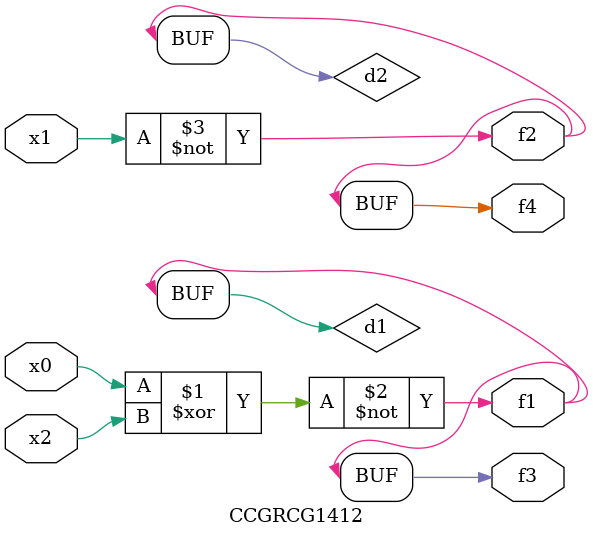
<source format=v>
module CCGRCG1412(
	input x0, x1, x2,
	output f1, f2, f3, f4
);

	wire d1, d2, d3;

	xnor (d1, x0, x2);
	nand (d2, x1);
	nor (d3, x1, x2);
	assign f1 = d1;
	assign f2 = d2;
	assign f3 = d1;
	assign f4 = d2;
endmodule

</source>
